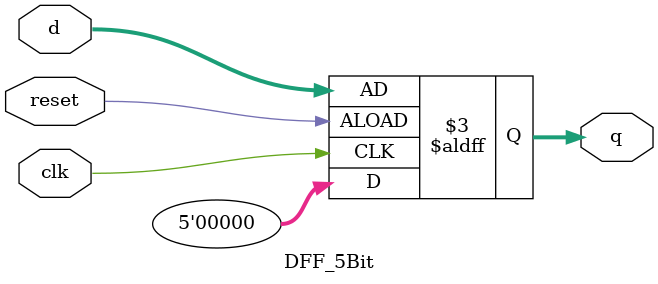
<source format=v>
module DFF_5Bit(clk, d, q, reset);
input [5:1] d;
input clk, reset;
output reg [5:1] q;

initial begin
	q <= 5'b00000;
end

always@(posedge clk or negedge reset)
	if(reset)
 		q <= 5'b00000;
	else
		q <= d;

endmodule

</source>
